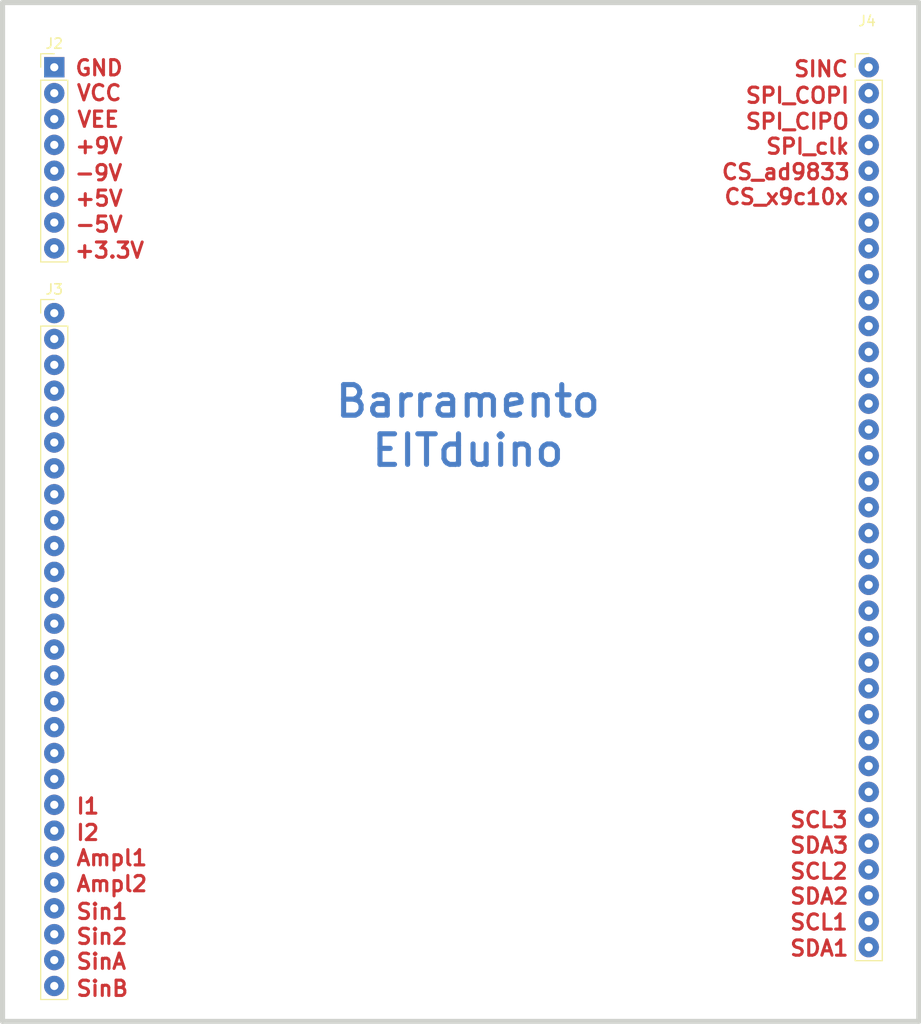
<source format=kicad_pcb>
(kicad_pcb (version 20221018) (generator pcbnew)
  (title_block (title "Barramento do EITduino") (date "2023-04-12") (rev "v01") (company "EITduino") (comment 1 "Autor: Gustavo Pinheiro") (comment 2 "Barramento proposto para uma placa 90x100 mm") (comment 3 "placa de face simples"))
  (layers (0 "F.Cu" signal) (31 "B.Cu" signal) (34 "B.Paste" user) (35 "F.Paste" user) (36 "B.SilkS" user "B.Silkscreen") (37 "F.SilkS" user "F.Silkscreen") (38 "B.Mask" user) (39 "F.Mask" user) (44 "Edge.Cuts" user))
  (net 0 "")
  (net 1 "+12V")
  (net 2 "-12V")
  (net 3 "+9V")
  (net 4 "-9V")
  (net 5 "+5V")
  (net 6 "-5V")
  (net 7 "+3.3V")
  (net 47 "Earth")
  (net 49 "I1")
  (net 50 "I2")
  (net 51 "Ampl1")
  (net 52 "Ampl2")
  (net 53 "Sin1")
  (net 54 "Sin2")
  (net 55 "SinA")
  (net 56 "SinB")
  (net 57 "SINC")
  (net 58 "SPI_COPI")
  (net 59 "SPI_CIPO")
  (net 60 "SPI_clk")
  (net 61 "CS (AD9833)")
  (net 62 "CS (X9c10x)")
  (net 63 "X9x10x_INC")
  (net 64 "X9x10x_U{slash}D")
  (net 65 "SCL3")
  (net 66 "SDA3")
  (net 67 "SCL2")
  (net 68 "SDA2")
  (net 69 "SCL1")
  (net 70 "SDA1")
  (footprint "Connector_PinHeader_2.54mm:PinHeader_1x35_P2.54mm_Vertical" (layer "F.Cu") (at 186.69 57.15)
    (fp_text reference "J4" (at -0.165 -4.535) (layer "F.SilkS"))
    (fp_text value "comunicacao / sinais digitais" hide)
    (fp_line (start -1.33 -1.33) (end 0 -1.33) (stroke (width 0.12)) (layer "F.SilkS"))
    (fp_line (start -1.33 0) (end -1.33 -1.33) (stroke (width 0.12)) (layer "F.SilkS"))
    (fp_line (start -1.33 1.27) (end -1.33 87.69) (stroke (width 0.12)) (layer "F.SilkS"))
    (fp_line (start -1.33 1.27) (end 1.33 1.27) (stroke (width 0.12)) (layer "F.SilkS"))
    (fp_line (start -1.33 87.69) (end 1.33 87.69) (stroke (width 0.12)) (layer "F.SilkS"))
    (fp_line (start 1.33 1.27) (end 1.33 87.69) (stroke (width 0.12)) (layer "F.SilkS"))
    (pad "1" thru_hole circle (at 0 0) (size 2 2) (drill 0.8) (layers "*.Cu" "*.Mask") (net 57 "SINC"))
    (pad "2" thru_hole circle (at 0 2.54) (size 2 2) (drill 0.8) (layers "*.Cu" "*.Mask") (net 58 "SPI_COPI"))
    (pad "3" thru_hole circle (at 0 5.08) (size 2 2) (drill 0.8) (layers "*.Cu" "*.Mask") (net 59 "SPI_CIPO"))
    (pad "4" thru_hole circle (at 0 7.62) (size 2 2) (drill 0.8) (layers "*.Cu" "*.Mask") (net 60 "SPI_clk"))
    (pad "5" thru_hole circle (at 0 10.16) (size 2 2) (drill 0.8) (layers "*.Cu" "*.Mask") (net 61 "CS (AD9833)"))
    (pad "6" thru_hole circle (at 0 12.7) (size 2 2) (drill 0.8) (layers "*.Cu" "*.Mask") (net 62 "CS (X9c10x)"))
    (pad "7" thru_hole circle (at 0 15.24) (size 2 2) (drill 0.8) (layers "*.Cu" "*.Mask"))
    (pad "8" thru_hole circle (at 0 17.78) (size 2 2) (drill 0.8) (layers "*.Cu" "*.Mask"))
    (pad "9" thru_hole circle (at 0 20.32) (size 2 2) (drill 0.8) (layers "*.Cu" "*.Mask"))
    (pad "10" thru_hole circle (at 0 22.86) (size 2 2) (drill 0.8) (layers "*.Cu" "*.Mask"))
    (pad "11" thru_hole circle (at 0 25.4) (size 2 2) (drill 0.8) (layers "*.Cu" "*.Mask"))
    (pad "12" thru_hole circle (at 0 27.94) (size 2 2) (drill 0.8) (layers "*.Cu" "*.Mask"))
    (pad "13" thru_hole circle (at 0 30.48) (size 2 2) (drill 0.8) (layers "*.Cu" "*.Mask"))
    (pad "14" thru_hole circle (at 0 33.02) (size 2 2) (drill 0.8) (layers "*.Cu" "*.Mask"))
    (pad "15" thru_hole circle (at 0 35.56) (size 2 2) (drill 0.8) (layers "*.Cu" "*.Mask"))
    (pad "16" thru_hole circle (at 0 38.1) (size 2 2) (drill 0.8) (layers "*.Cu" "*.Mask"))
    (pad "17" thru_hole circle (at 0 40.64) (size 2 2) (drill 0.8) (layers "*.Cu" "*.Mask"))
    (pad "18" thru_hole circle (at 0 43.18) (size 2 2) (drill 0.8) (layers "*.Cu" "*.Mask"))
    (pad "19" thru_hole circle (at 0 45.72) (size 2 2) (drill 0.8) (layers "*.Cu" "*.Mask"))
    (pad "20" thru_hole circle (at 0 48.26) (size 2 2) (drill 0.8) (layers "*.Cu" "*.Mask"))
    (pad "21" thru_hole circle (at 0 50.8) (size 2 2) (drill 0.8) (layers "*.Cu" "*.Mask"))
    (pad "22" thru_hole circle (at 0 53.34) (size 2 2) (drill 0.8) (layers "*.Cu" "*.Mask") (net 63 "X9x10x_INC"))
    (pad "23" thru_hole circle (at 0 55.88) (size 2 2) (drill 0.8) (layers "*.Cu" "*.Mask") (net 64 "X9x10x_U{slash}D"))
    (pad "24" thru_hole circle (at 0 58.42) (size 2 2) (drill 0.8) (layers "*.Cu" "*.Mask"))
    (pad "25" thru_hole circle (at 0 60.96) (size 2 2) (drill 0.8) (layers "*.Cu" "*.Mask"))
    (pad "26" thru_hole circle (at 0 63.5) (size 2 2) (drill 0.8) (layers "*.Cu" "*.Mask"))
    (pad "27" thru_hole circle (at 0 66.04) (size 2 2) (drill 0.8) (layers "*.Cu" "*.Mask"))
    (pad "28" thru_hole circle (at 0 68.58) (size 2 2) (drill 0.8) (layers "*.Cu" "*.Mask"))
    (pad "29" thru_hole circle (at 0 71.12) (size 2 2) (drill 0.8) (layers "*.Cu" "*.Mask"))
    (pad "30" thru_hole circle (at 0 73.66) (size 2 2) (drill 0.8) (layers "*.Cu" "*.Mask") (net 65 "SCL3"))
    (pad "31" thru_hole circle (at 0 76.2) (size 2 2) (drill 0.8) (layers "*.Cu" "*.Mask") (net 66 "SDA3"))
    (pad "32" thru_hole circle (at 0 78.74) (size 2 2) (drill 0.8) (layers "*.Cu" "*.Mask") (net 67 "SCL2"))
    (pad "33" thru_hole circle (at 0 81.28) (size 2 2) (drill 0.8) (layers "*.Cu" "*.Mask") (net 68 "SDA2"))
    (pad "34" thru_hole circle (at 0 83.82) (size 2 2) (drill 0.8) (layers "*.Cu" "*.Mask") (net 69 "SCL1"))
    (pad "35" thru_hole circle (at 0 86.36) (size 2 2) (drill 0.8) (layers "*.Cu" "*.Mask") (net 70 "SDA1"))
  )
  (footprint "Connector_PinHeader_2.54mm:PinHeader_1x08_P2.54mm_Vertical" (layer "F.Cu") (at 106.68 57.15)
    (fp_text reference "J2" (at 0 -2.33) (layer "F.SilkS"))
    (fp_text value "tensoes")
    (fp_line (start -1.33 -1.33) (end 0 -1.33) (stroke (width 0.12)) (layer "F.SilkS"))
    (fp_line (start -1.33 0) (end -1.33 -1.33) (stroke (width 0.12)) (layer "F.SilkS"))
    (fp_line (start -1.33 1.27) (end -1.33 19.11) (stroke (width 0.12)) (layer "F.SilkS"))
    (fp_line (start -1.33 1.27) (end 1.33 1.27) (stroke (width 0.12)) (layer "F.SilkS"))
    (fp_line (start -1.33 19.11) (end 1.33 19.11) (stroke (width 0.12)) (layer "F.SilkS"))
    (fp_line (start 1.33 1.27) (end 1.33 19.11) (stroke (width 0.12)) (layer "F.SilkS"))
    (pad "1" thru_hole rect (at 0 0) (size 2 2) (drill 0.8) (layers "*.Cu" "*.Mask") (net 47 "Earth"))
    (pad "2" thru_hole circle (at 0 2.54) (size 2 2) (drill 0.8) (layers "*.Cu" "*.Mask") (net 1 "+12V"))
    (pad "3" thru_hole circle (at 0 5.08) (size 2 2) (drill 0.8) (layers "*.Cu" "*.Mask") (net 2 "-12V"))
    (pad "4" thru_hole circle (at 0 7.62) (size 2 2) (drill 0.8) (layers "*.Cu" "*.Mask") (net 3 "+9V"))
    (pad "5" thru_hole circle (at 0 10.16) (size 2 2) (drill 0.8) (layers "*.Cu" "*.Mask") (net 4 "-9V"))
    (pad "6" thru_hole circle (at 0 12.7) (size 2 2) (drill 0.8) (layers "*.Cu" "*.Mask") (net 5 "+5V"))
    (pad "7" thru_hole circle (at 0 15.24) (size 2 2) (drill 0.8) (layers "*.Cu" "*.Mask") (net 6 "-5V"))
    (pad "8" thru_hole circle (at 0 17.78) (size 2 2) (drill 0.8) (layers "*.Cu" "*.Mask") (net 7 "+3.3V"))
  )
  (footprint "Connector_PinHeader_2.54mm:PinHeader_1x27_P2.54mm_Vertical" (layer "F.Cu") (at 106.68 81.28)
    (fp_text reference "J3" (at 0 -2.33) (layer "F.SilkS"))
    (fp_text value "sinais analogicos")
    (fp_line (start -1.33 -1.33) (end 0 -1.33) (stroke (width 0.12)) (layer "F.SilkS"))
    (fp_line (start -1.33 0) (end -1.33 -1.33) (stroke (width 0.12)) (layer "F.SilkS"))
    (fp_line (start -1.33 1.27) (end -1.33 67.37) (stroke (width 0.12)) (layer "F.SilkS"))
    (fp_line (start -1.33 1.27) (end 1.33 1.27) (stroke (width 0.12)) (layer "F.SilkS"))
    (fp_line (start -1.33 67.37) (end 1.33 67.37) (stroke (width 0.12)) (layer "F.SilkS"))
    (fp_line (start 1.33 1.27) (end 1.33 67.37) (stroke (width 0.12)) (layer "F.SilkS"))
    (pad "1" thru_hole circle (at 0 0) (size 2 2) (drill 0.8) (layers "*.Cu" "*.Mask"))
    (pad "2" thru_hole circle (at 0 2.54) (size 2 2) (drill 0.8) (layers "*.Cu" "*.Mask"))
    (pad "3" thru_hole circle (at 0 5.08) (size 2 2) (drill 0.8) (layers "*.Cu" "*.Mask"))
    (pad "4" thru_hole circle (at 0 7.62) (size 2 2) (drill 0.8) (layers "*.Cu" "*.Mask"))
    (pad "5" thru_hole circle (at 0 10.16) (size 2 2) (drill 0.8) (layers "*.Cu" "*.Mask"))
    (pad "6" thru_hole circle (at 0 12.7) (size 2 2) (drill 0.8) (layers "*.Cu" "*.Mask"))
    (pad "7" thru_hole circle (at 0 15.24) (size 2 2) (drill 0.8) (layers "*.Cu" "*.Mask"))
    (pad "8" thru_hole circle (at 0 17.78) (size 2 2) (drill 0.8) (layers "*.Cu" "*.Mask"))
    (pad "9" thru_hole circle (at 0 20.32) (size 2 2) (drill 0.8) (layers "*.Cu" "*.Mask"))
    (pad "10" thru_hole circle (at 0 22.86) (size 2 2) (drill 0.8) (layers "*.Cu" "*.Mask"))
    (pad "11" thru_hole circle (at 0 25.4) (size 2 2) (drill 0.8) (layers "*.Cu" "*.Mask"))
    (pad "12" thru_hole circle (at 0 27.94) (size 2 2) (drill 0.8) (layers "*.Cu" "*.Mask"))
    (pad "13" thru_hole circle (at 0 30.48) (size 2 2) (drill 0.8) (layers "*.Cu" "*.Mask"))
    (pad "14" thru_hole circle (at 0 33.02) (size 2 2) (drill 0.8) (layers "*.Cu" "*.Mask"))
    (pad "15" thru_hole circle (at 0 35.56) (size 2 2) (drill 0.8) (layers "*.Cu" "*.Mask"))
    (pad "16" thru_hole circle (at 0 38.1) (size 2 2) (drill 0.8) (layers "*.Cu" "*.Mask"))
    (pad "17" thru_hole circle (at 0 40.64) (size 2 2) (drill 0.8) (layers "*.Cu" "*.Mask"))
    (pad "18" thru_hole circle (at 0 43.18) (size 2 2) (drill 0.8) (layers "*.Cu" "*.Mask"))
    (pad "19" thru_hole circle (at 0 45.72) (size 2 2) (drill 0.8) (layers "*.Cu" "*.Mask"))
    (pad "20" thru_hole circle (at 0 48.26) (size 2 2) (drill 0.8) (layers "*.Cu" "*.Mask") (net 49 "I1"))
    (pad "21" thru_hole circle (at 0 50.8) (size 2 2) (drill 0.8) (layers "*.Cu" "*.Mask") (net 50 "I2"))
    (pad "22" thru_hole circle (at 0 53.34) (size 2 2) (drill 0.8) (layers "*.Cu" "*.Mask") (net 51 "Ampl1"))
    (pad "23" thru_hole circle (at 0 55.88) (size 2 2) (drill 0.8) (layers "*.Cu" "*.Mask") (net 52 "Ampl2"))
    (pad "24" thru_hole circle (at 0 58.42) (size 2 2) (drill 0.8) (layers "*.Cu" "*.Mask") (net 53 "Sin1"))
    (pad "25" thru_hole circle (at 0 60.96) (size 2 2) (drill 0.8) (layers "*.Cu" "*.Mask") (net 54 "Sin2"))
    (pad "26" thru_hole circle (at 0 63.5) (size 2 2) (drill 0.8) (layers "*.Cu" "*.Mask") (net 55 "SinA"))
    (pad "27" thru_hole circle (at 0 66.04) (size 2 2) (drill 0.8) (layers "*.Cu" "*.Mask") (net 56 "SinB"))
  )
  (gr_line (start 191.6 50.8) (end 101.6 50.8) (stroke (width 0.5)) (layer "Edge.Cuts"))
  (gr_line (start 191.6 150.8) (end 191.6 50.8) (stroke (width 0.5)) (layer "Edge.Cuts"))
  (gr_line (start 191.59982 150.7998) (end 101.6 150.7998) (stroke (width 0.5)) (layer "Edge.Cuts"))
  (gr_line (start 101.6 50.8) (end 101.6 150.7998) (stroke (width 0.5)) (layer "Edge.Cuts"))
  (gr_text "SDA1" (at 178.816 144.5) (layer "F.Cu") (effects (font (size 1.5 1.5) (thickness 0.3) bold) (justify left bottom)))
  (gr_text "SinA" (at 108.712 145.796) (layer "F.Cu") (effects (font (size 1.5 1.5) (thickness 0.3) bold) (justify left bottom)))
  (gr_text "SPI_CIPO\n" (at 174.45 63.35) (layer "F.Cu") (effects (font (size 1.5 1.5) (thickness 0.3) bold) (justify left bottom)))
  (gr_text "CS_x9c10x\n" (at 172.35 70.75) (layer "F.Cu") (effects (font (size 1.5 1.5) (thickness 0.3) bold) (justify left bottom)))
  (gr_text "-9V" (at 108.55 68.4) (layer "F.Cu") (effects (font (size 1.5 1.5) (thickness 0.3) bold) (justify left bottom)))
  (gr_text "CS_ad9833" (at 172.1 68.3) (layer "F.Cu") (effects (font (size 1.5 1.5) (thickness 0.3) bold) (justify left bottom)))
  (gr_text "+3.3V" (at 108.55 76) (layer "F.Cu") (effects (font (size 1.5 1.5) (thickness 0.3) bold) (justify left bottom)))
  (gr_text "Sin1" (at 108.7 140.9) (layer "F.Cu") (effects (font (size 1.5 1.5) (thickness 0.3) bold) (justify left bottom)))
  (gr_text "+5V\n" (at 108.6 70.9) (layer "F.Cu") (effects (font (size 1.5 1.5) (thickness 0.3) bold) (justify left bottom)))
  (gr_text "SCL2" (at 178.816 136.95) (layer "F.Cu") (effects (font (size 1.5 1.5) (thickness 0.3) bold) (justify left bottom)))
  (gr_text "-5V" (at 108.6 73.45) (layer "F.Cu") (effects (font (size 1.5 1.5) (thickness 0.3) bold) (justify left bottom)))
  (gr_text "GND" (at 108.6 58.1) (layer "F.Cu") (effects (font (size 1.5 1.5) (thickness 0.3) bold) (justify left bottom)))
  (gr_text "SDA3" (at 178.816 134.4) (layer "F.Cu") (effects (font (size 1.5 1.5) (thickness 0.3) bold) (justify left bottom)))
  (gr_text "Ampl2" (at 108.712 138.176) (layer "F.Cu") (effects (font (size 1.5 1.5) (thickness 0.3) bold) (justify left bottom)))
  (gr_text "SINC" (at 179.2 58.2) (layer "F.Cu") (effects (font (size 1.5 1.5) (thickness 0.3) bold) (justify left bottom)))
  (gr_text "VCC" (at 108.75 60.55) (layer "F.Cu") (effects (font (size 1.5 1.5) (thickness 0.3) bold) (justify left bottom)))
  (gr_text "VEE\n" (at 108.8 63.15) (layer "F.Cu") (effects (font (size 1.5 1.5) (thickness 0.3) bold) (justify left bottom)))
  (gr_text "I2\n" (at 108.7 133.15) (layer "F.Cu") (effects (font (size 1.5 1.5) (thickness 0.3) bold) (justify left bottom)))
  (gr_text "SinB" (at 108.7 148.45) (layer "F.Cu") (effects (font (size 1.5 1.5) (thickness 0.3) bold) (justify left bottom)))
  (gr_text "SDA2" (at 178.816 139.4) (layer "F.Cu") (effects (font (size 1.5 1.5) (thickness 0.3) bold) (justify left bottom)))
  (gr_text "SPI_clk\n" (at 176.45 65.8) (layer "F.Cu") (effects (font (size 1.5 1.5) (thickness 0.3) bold) (justify left bottom)))
  (gr_text "I1" (at 108.712 130.556) (layer "F.Cu") (effects (font (size 1.5 1.5) (thickness 0.3) bold) (justify left bottom)))
  (gr_text "Sin2\n" (at 108.7 143.35) (layer "F.Cu") (effects (font (size 1.5 1.5) (thickness 0.3) bold) (justify left bottom)))
  (gr_text "+9V\n" (at 108.6 65.75) (layer "F.Cu") (effects (font (size 1.5 1.5) (thickness 0.3) bold) (justify left bottom)))
  (gr_text "SCL1\n" (at 178.816 141.94) (layer "F.Cu") (effects (font (size 1.5 1.5) (thickness 0.3) bold) (justify left bottom)))
  (gr_text "SPI_COPI\n" (at 174.45 60.8) (layer "F.Cu") (effects (font (size 1.5 1.5) (thickness 0.3) bold) (justify left bottom)))
  (gr_text "SCL3" (at 178.816 131.9) (layer "F.Cu") (effects (font (size 1.5 1.5) (thickness 0.3) bold) (justify left bottom)))
  (gr_text "Ampl1" (at 108.712 135.636) (layer "F.Cu") (effects (font (size 1.5 1.5) (thickness 0.3) bold) (justify left bottom)))
  (gr_text "Barramento\nEITduino" (at 147.32 96.52) (layer "B.Cu") (effects (font (size 3 3) (thickness 0.5) bold) (justify bottom)))
)
</source>
